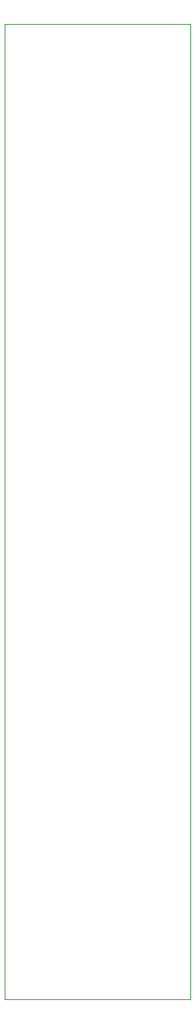
<source format=gbr>
%TF.GenerationSoftware,KiCad,Pcbnew,5.1.7-1.fc31*%
%TF.CreationDate,2021-04-20T15:52:53-04:00*%
%TF.ProjectId,4xmixer,34786d69-7865-4722-9e6b-696361645f70,rev?*%
%TF.SameCoordinates,Original*%
%TF.FileFunction,Profile,NP*%
%FSLAX46Y46*%
G04 Gerber Fmt 4.6, Leading zero omitted, Abs format (unit mm)*
G04 Created by KiCad (PCBNEW 5.1.7-1.fc31) date 2021-04-20 15:52:53*
%MOMM*%
%LPD*%
G01*
G04 APERTURE LIST*
%TA.AperFunction,Profile*%
%ADD10C,0.050000*%
%TD*%
G04 APERTURE END LIST*
D10*
X25400000Y-20320000D02*
X25400000Y-127000000D01*
X45720000Y-20320000D02*
X25400000Y-20320000D01*
X45720000Y-127000000D02*
X45720000Y-20320000D01*
X25400000Y-127000000D02*
X45720000Y-127000000D01*
M02*

</source>
